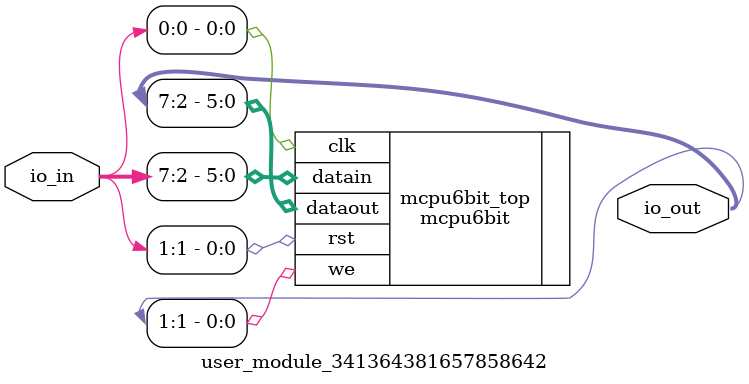
<source format=v>

`default_nettype none

module user_module_341364381657858642(
  input [7:0] io_in,
  output [7:0] io_out
);

mcpu6bit mcpu6bit_top (
  .clk(io_in[0]),
  .rst(io_in[1]),
  .datain(io_in[7:2]),

  .we(io_out[1]),
  .dataout(io_out[7:2])
);

endmodule

</source>
